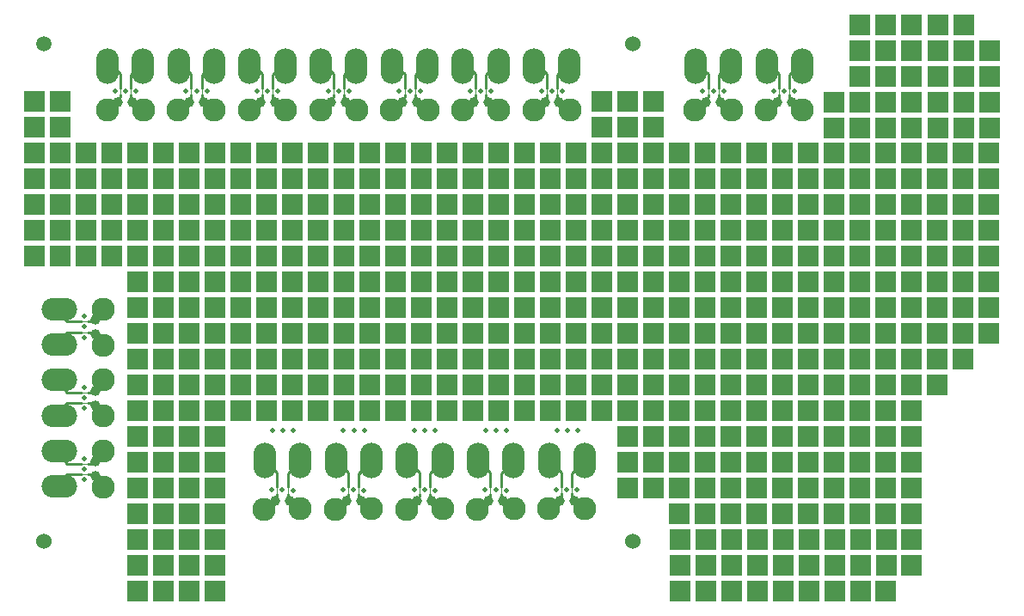
<source format=gbl>
G04*
G04 #@! TF.GenerationSoftware,Altium Limited,Altium Designer,18.0.7 (293)*
G04*
G04 Layer_Physical_Order=2*
G04 Layer_Color=16711680*
%FSLAX25Y25*%
%MOIN*%
G70*
G01*
G75*
%ADD10C,0.01000*%
%ADD20C,0.00425*%
%ADD21O,0.13780X0.08858*%
%ADD22O,0.08858X0.13780*%
%ADD23R,0.08000X0.08000*%
%ADD24R,0.08000X0.08000*%
%ADD25C,0.02000*%
%ADD26C,0.09000*%
%ADD27C,0.06000*%
%ADD28O,0.05906X0.06000*%
%ADD29C,0.03937*%
D10*
X729675Y237037D02*
X733391Y240754D01*
X734737Y242100D01*
X730013Y255938D02*
X734737Y251213D01*
Y242100D02*
Y243112D01*
Y245587D02*
Y251213D01*
X738788Y242107D02*
X743744Y237150D01*
X738788Y242107D02*
Y243112D01*
Y250965D02*
X743726Y255903D01*
X738788Y245587D02*
Y250965D01*
X738794Y242100D02*
X743744Y237150D01*
X738900Y251100D02*
X743726Y255926D01*
Y256016D01*
X702112Y236925D02*
X705828Y240641D01*
X707175Y241987D01*
X702450Y255825D02*
X707175Y251100D01*
Y241987D02*
Y243000D01*
Y245475D02*
Y251100D01*
X711225Y241994D02*
X716182Y237037D01*
X711225Y241994D02*
Y243000D01*
Y250852D02*
X716163Y255791D01*
X711225Y245475D02*
Y250852D01*
X711232Y241987D02*
X716182Y237037D01*
X711338Y250988D02*
X716163Y255814D01*
Y255903D01*
X674550Y236925D02*
X678266Y240641D01*
X679612Y241987D01*
X674888Y255825D02*
X679612Y251100D01*
Y241987D02*
Y243000D01*
Y245475D02*
Y251100D01*
X683663Y241994D02*
X688619Y237037D01*
X683663Y241994D02*
Y243000D01*
Y250852D02*
X688601Y255791D01*
X683663Y245475D02*
Y250852D01*
X683669Y241987D02*
X688619Y237037D01*
X683775Y250988D02*
X688601Y255814D01*
Y255903D01*
X646987Y236925D02*
X650703Y240641D01*
X652050Y241987D01*
X647325Y255825D02*
X652050Y251100D01*
Y241987D02*
Y243000D01*
Y245475D02*
Y251100D01*
X656100Y241994D02*
X661057Y237037D01*
X656100Y241994D02*
Y243000D01*
Y250852D02*
X661038Y255791D01*
X656100Y245475D02*
Y250852D01*
X656107Y241987D02*
X661057Y237037D01*
X656213Y250988D02*
X661038Y255814D01*
Y255903D01*
X619425Y236925D02*
X623141Y240641D01*
X624487Y241987D01*
X619763Y255825D02*
X624487Y251100D01*
Y241987D02*
Y243000D01*
Y245475D02*
Y251100D01*
X628538Y241994D02*
X633494Y237037D01*
X628538Y241994D02*
Y243000D01*
Y250852D02*
X633476Y255791D01*
X628538Y245475D02*
Y250852D01*
X628544Y241987D02*
X633494Y237037D01*
X628650Y250988D02*
X633476Y255814D01*
Y255903D01*
X823162Y400275D02*
Y405652D01*
X828101Y410591D01*
X823162Y396794D02*
Y397800D01*
Y396794D02*
X828119Y391838D01*
X819112Y400275D02*
Y405900D01*
Y396788D02*
Y397800D01*
X814388Y410625D02*
X819112Y405900D01*
X817766Y395441D02*
X819112Y396788D01*
X795600Y400275D02*
Y405652D01*
X800539Y410591D01*
X795600Y396794D02*
Y397800D01*
Y396794D02*
X800557Y391838D01*
X791550Y400275D02*
Y405900D01*
Y396788D02*
Y397800D01*
X786825Y410625D02*
X791550Y405900D01*
X790203Y395441D02*
X791550Y396788D01*
X733050Y400275D02*
Y405652D01*
X737989Y410591D01*
X733050Y396794D02*
Y397800D01*
Y396794D02*
X738007Y391838D01*
X729000Y400275D02*
Y405900D01*
Y396788D02*
Y397800D01*
X724275Y410625D02*
X729000Y405900D01*
X727653Y395441D02*
X729000Y396788D01*
X705487Y400275D02*
Y405652D01*
X710426Y410591D01*
X705487Y396794D02*
Y397800D01*
Y396794D02*
X710444Y391838D01*
X701438Y400275D02*
Y405900D01*
Y396788D02*
Y397800D01*
X696712Y410625D02*
X701438Y405900D01*
X700091Y395441D02*
X701438Y396788D01*
X677925Y400275D02*
Y405652D01*
X682864Y410591D01*
X677925Y396794D02*
Y397800D01*
Y396794D02*
X682882Y391838D01*
X673875Y400275D02*
Y405900D01*
Y396788D02*
Y397800D01*
X669150Y410625D02*
X673875Y405900D01*
X672528Y395441D02*
X673875Y396788D01*
X650362Y400275D02*
Y405652D01*
X655301Y410591D01*
X650362Y396794D02*
Y397800D01*
Y396794D02*
X655319Y391838D01*
X646313Y400275D02*
Y405900D01*
Y396788D02*
Y397800D01*
X641587Y410625D02*
X646313Y405900D01*
X644966Y395441D02*
X646313Y396788D01*
X622800Y400275D02*
Y405652D01*
X627739Y410591D01*
X622800Y396794D02*
Y397800D01*
Y396794D02*
X627757Y391838D01*
X618750Y400275D02*
Y405900D01*
Y396788D02*
Y397800D01*
X614025Y410625D02*
X618750Y405900D01*
X617403Y395441D02*
X618750Y396788D01*
X595237Y400275D02*
Y405652D01*
X600176Y410591D01*
X595237Y396794D02*
Y397800D01*
Y396794D02*
X600194Y391838D01*
X591187Y400275D02*
Y405900D01*
Y396788D02*
Y397800D01*
X586462Y410625D02*
X591187Y405900D01*
X589841Y395441D02*
X591187Y396788D01*
X567675Y400275D02*
Y405652D01*
X572613Y410591D01*
X567675Y396794D02*
Y397800D01*
Y396794D02*
X572632Y391838D01*
X563625Y400275D02*
Y405900D01*
Y396788D02*
Y397800D01*
X558900Y410625D02*
X563625Y405900D01*
X562278Y395441D02*
X563625Y396788D01*
X543173Y309713D02*
X548550D01*
X538234Y314651D02*
X543173Y309713D01*
X551025D02*
X552031D01*
X556987Y314669D01*
X542925Y305662D02*
X548550D01*
X551025D02*
X552037D01*
X538200Y300938D02*
X542925Y305662D01*
X552037D02*
X553384Y304316D01*
X543173Y282150D02*
X548550D01*
X538234Y287088D02*
X543173Y282150D01*
X551025D02*
X552031D01*
X556987Y287107D01*
X542925Y278100D02*
X548550D01*
X551025D02*
X552037D01*
X538200Y273375D02*
X542925Y278100D01*
X552037D02*
X553384Y276753D01*
X552037Y250537D02*
X553384Y249191D01*
X538200Y245813D02*
X542925Y250537D01*
X551025D02*
X552037D01*
X542925D02*
X548550D01*
X552031Y254588D02*
X556987Y259544D01*
X551025Y254588D02*
X552031D01*
X538234Y259526D02*
X543173Y254588D01*
X548550D01*
D20*
X734737Y243225D02*
Y245587D01*
X738788Y243112D02*
Y243225D01*
Y245587D01*
X707175Y243112D02*
Y245475D01*
X711225Y243000D02*
Y243112D01*
Y245475D01*
X679612Y243112D02*
Y245475D01*
X683663Y243000D02*
Y243112D01*
Y245475D01*
X652050Y243112D02*
Y245475D01*
X656100Y243000D02*
Y243112D01*
Y245475D01*
X624487Y243112D02*
Y245475D01*
X628538Y243000D02*
Y243112D01*
Y245475D01*
X823162Y397913D02*
Y400275D01*
X819112Y397913D02*
Y400275D01*
X795600Y397913D02*
Y400275D01*
X791550Y397913D02*
Y400275D01*
X733050Y397913D02*
Y400275D01*
X729000Y397913D02*
Y400275D01*
X705487Y397913D02*
Y400275D01*
X701438Y397913D02*
Y400275D01*
X677925Y397913D02*
Y400275D01*
X673875Y397913D02*
Y400275D01*
X650362Y397913D02*
Y400275D01*
X646313Y397913D02*
Y400275D01*
X622800Y397913D02*
Y400275D01*
X618750Y397913D02*
Y400275D01*
X595237Y397913D02*
Y400275D01*
X591187Y397913D02*
Y400275D01*
X567675Y397913D02*
Y400275D01*
X563625Y397913D02*
Y400275D01*
X548550Y309713D02*
X550913D01*
X548550Y305662D02*
X550913D01*
X548550Y282150D02*
X550913D01*
X548550Y278100D02*
X550913D01*
X548550Y250537D02*
X550913D01*
X548550Y254588D02*
X550913D01*
D21*
X539886Y314595D02*
D03*
Y300816D02*
D03*
Y287036D02*
D03*
Y273256D02*
D03*
Y245697D02*
D03*
Y259477D02*
D03*
D22*
X572508Y408976D02*
D03*
X558728D02*
D03*
X586287D02*
D03*
X600067D02*
D03*
X627626D02*
D03*
X613846D02*
D03*
X641405D02*
D03*
X655185D02*
D03*
X710303D02*
D03*
X696523D02*
D03*
X668964D02*
D03*
X682744D02*
D03*
X724083D02*
D03*
X737862D02*
D03*
X674827Y255938D02*
D03*
X688607D02*
D03*
X661047D02*
D03*
X647267D02*
D03*
X619708D02*
D03*
X633488D02*
D03*
X716166D02*
D03*
X702386D02*
D03*
X729944D02*
D03*
X743724D02*
D03*
X828020Y408976D02*
D03*
X814240D02*
D03*
X786681D02*
D03*
X800460D02*
D03*
D23*
X840512Y305275D02*
D03*
X870525Y424925D02*
D03*
Y414925D02*
D03*
Y404925D02*
D03*
X850525Y384925D02*
D03*
X840525D02*
D03*
X850525Y404925D02*
D03*
X840525Y394925D02*
D03*
X850525Y414925D02*
D03*
Y424925D02*
D03*
X860525Y404925D02*
D03*
Y414925D02*
D03*
Y424925D02*
D03*
X900537Y414925D02*
D03*
Y394925D02*
D03*
Y404925D02*
D03*
X880538D02*
D03*
X890537D02*
D03*
X880538Y414925D02*
D03*
X890537D02*
D03*
Y424925D02*
D03*
X880538D02*
D03*
X900537Y384925D02*
D03*
X880538Y384850D02*
D03*
X890537D02*
D03*
X880538Y394850D02*
D03*
X890537D02*
D03*
X850525D02*
D03*
X860525Y384850D02*
D03*
Y394850D02*
D03*
X870525D02*
D03*
Y384850D02*
D03*
X860513Y205200D02*
D03*
X870525Y255200D02*
D03*
Y225200D02*
D03*
Y215200D02*
D03*
Y235200D02*
D03*
Y245200D02*
D03*
X900525Y305275D02*
D03*
Y325275D02*
D03*
Y315275D02*
D03*
Y335275D02*
D03*
Y345275D02*
D03*
Y375275D02*
D03*
Y355275D02*
D03*
Y365275D02*
D03*
X870525Y305275D02*
D03*
X880525D02*
D03*
Y295275D02*
D03*
X870525D02*
D03*
Y275275D02*
D03*
X880525Y285275D02*
D03*
X870525D02*
D03*
X890525Y295275D02*
D03*
Y305275D02*
D03*
X870525Y265275D02*
D03*
Y345275D02*
D03*
X880525D02*
D03*
Y335275D02*
D03*
X870525D02*
D03*
Y315275D02*
D03*
X880525D02*
D03*
Y325275D02*
D03*
X870525D02*
D03*
X890525D02*
D03*
Y315275D02*
D03*
Y335275D02*
D03*
Y345275D02*
D03*
Y375275D02*
D03*
Y355275D02*
D03*
Y365275D02*
D03*
X870525D02*
D03*
X880525D02*
D03*
Y355275D02*
D03*
X870525D02*
D03*
Y375275D02*
D03*
X880525D02*
D03*
X580513D02*
D03*
X570512D02*
D03*
Y355275D02*
D03*
X580513D02*
D03*
Y365275D02*
D03*
X570512D02*
D03*
X590513D02*
D03*
X600513D02*
D03*
Y355275D02*
D03*
X590513D02*
D03*
Y375275D02*
D03*
X600513D02*
D03*
X640513D02*
D03*
X630513D02*
D03*
Y355275D02*
D03*
X640513D02*
D03*
Y365275D02*
D03*
X630513D02*
D03*
X610512D02*
D03*
X620512D02*
D03*
Y355275D02*
D03*
X610512D02*
D03*
Y375275D02*
D03*
X620512D02*
D03*
X610512Y345275D02*
D03*
X620512D02*
D03*
Y335275D02*
D03*
X610512D02*
D03*
Y315275D02*
D03*
X620512D02*
D03*
Y325275D02*
D03*
X610512D02*
D03*
X630513D02*
D03*
X640513D02*
D03*
Y315275D02*
D03*
X630513D02*
D03*
Y335275D02*
D03*
X640513D02*
D03*
Y345275D02*
D03*
X630513D02*
D03*
X590513D02*
D03*
X600513D02*
D03*
Y335275D02*
D03*
X590513D02*
D03*
Y315275D02*
D03*
X600513D02*
D03*
Y325275D02*
D03*
X590513D02*
D03*
X570512D02*
D03*
X580513D02*
D03*
Y315275D02*
D03*
X570512D02*
D03*
Y335275D02*
D03*
X580513D02*
D03*
Y345275D02*
D03*
X570512D02*
D03*
X650513D02*
D03*
X660512D02*
D03*
Y335275D02*
D03*
X650513D02*
D03*
Y315275D02*
D03*
X660512D02*
D03*
Y325275D02*
D03*
X650513D02*
D03*
X670512D02*
D03*
X680513D02*
D03*
Y315275D02*
D03*
X670512D02*
D03*
Y335275D02*
D03*
X680513D02*
D03*
Y345275D02*
D03*
X670512D02*
D03*
X710512D02*
D03*
X720512D02*
D03*
Y335275D02*
D03*
X710512D02*
D03*
Y315275D02*
D03*
X720512D02*
D03*
Y325275D02*
D03*
X710512D02*
D03*
X690513D02*
D03*
X700513D02*
D03*
Y315275D02*
D03*
X690513D02*
D03*
Y335275D02*
D03*
X700513D02*
D03*
Y345275D02*
D03*
X690513D02*
D03*
X700513Y375275D02*
D03*
X690513D02*
D03*
Y355275D02*
D03*
X700513D02*
D03*
Y365275D02*
D03*
X690513D02*
D03*
X710512D02*
D03*
X720512D02*
D03*
Y355275D02*
D03*
X710512D02*
D03*
Y375275D02*
D03*
X720512D02*
D03*
X680513D02*
D03*
X670512D02*
D03*
Y355275D02*
D03*
X680513D02*
D03*
Y365275D02*
D03*
X670512D02*
D03*
X650513D02*
D03*
X660512D02*
D03*
Y355275D02*
D03*
X650513D02*
D03*
Y375275D02*
D03*
X660512D02*
D03*
X820512D02*
D03*
X810513D02*
D03*
Y355275D02*
D03*
X820512D02*
D03*
Y365275D02*
D03*
X810513D02*
D03*
X830513D02*
D03*
X840512D02*
D03*
Y355275D02*
D03*
X830513D02*
D03*
Y375275D02*
D03*
X840512D02*
D03*
X850513Y365275D02*
D03*
Y355275D02*
D03*
Y375275D02*
D03*
Y345275D02*
D03*
Y335275D02*
D03*
Y315275D02*
D03*
Y325275D02*
D03*
X830513Y345275D02*
D03*
X840512D02*
D03*
Y335275D02*
D03*
X830513D02*
D03*
Y315275D02*
D03*
X840512D02*
D03*
Y325275D02*
D03*
X830513D02*
D03*
X810513D02*
D03*
X820512D02*
D03*
Y315275D02*
D03*
X810513D02*
D03*
Y335275D02*
D03*
X820512D02*
D03*
Y345275D02*
D03*
X810513D02*
D03*
X730513D02*
D03*
X740513D02*
D03*
Y335275D02*
D03*
X730513D02*
D03*
Y315275D02*
D03*
X740513D02*
D03*
Y325275D02*
D03*
X730513D02*
D03*
X750513D02*
D03*
X760512D02*
D03*
Y315275D02*
D03*
X750513D02*
D03*
Y335275D02*
D03*
X760512D02*
D03*
Y345275D02*
D03*
X750513D02*
D03*
X790513D02*
D03*
X800513D02*
D03*
Y335275D02*
D03*
X790513D02*
D03*
Y315275D02*
D03*
X800513D02*
D03*
Y325275D02*
D03*
X790513D02*
D03*
X770512D02*
D03*
X780513D02*
D03*
Y315275D02*
D03*
X770512D02*
D03*
Y335275D02*
D03*
X780513D02*
D03*
Y345275D02*
D03*
X770512D02*
D03*
Y355275D02*
D03*
X780513D02*
D03*
Y365275D02*
D03*
X770512D02*
D03*
X790513D02*
D03*
X800513D02*
D03*
Y355275D02*
D03*
X790513D02*
D03*
Y375275D02*
D03*
X800513D02*
D03*
X750513Y355275D02*
D03*
X760512D02*
D03*
Y365275D02*
D03*
X750513D02*
D03*
X730513D02*
D03*
X740513D02*
D03*
Y355275D02*
D03*
X730513D02*
D03*
Y375275D02*
D03*
X740513D02*
D03*
X730513Y305275D02*
D03*
X740513D02*
D03*
Y295275D02*
D03*
X730513D02*
D03*
Y275275D02*
D03*
X740513D02*
D03*
Y285275D02*
D03*
X730513D02*
D03*
X750513D02*
D03*
X760512D02*
D03*
Y275275D02*
D03*
X750513D02*
D03*
Y295275D02*
D03*
X760512D02*
D03*
Y305275D02*
D03*
X750513D02*
D03*
X790513D02*
D03*
X800513D02*
D03*
Y295275D02*
D03*
X790513D02*
D03*
Y275275D02*
D03*
X800513D02*
D03*
Y285275D02*
D03*
X790513D02*
D03*
X770512D02*
D03*
X780513D02*
D03*
Y275275D02*
D03*
X770512D02*
D03*
Y295275D02*
D03*
X780513D02*
D03*
Y305275D02*
D03*
X770512D02*
D03*
Y265275D02*
D03*
X780513D02*
D03*
Y255275D02*
D03*
X770512D02*
D03*
X780513Y235275D02*
D03*
Y245275D02*
D03*
X770512D02*
D03*
X790513D02*
D03*
X800513D02*
D03*
Y235275D02*
D03*
X790513D02*
D03*
Y255275D02*
D03*
X800513D02*
D03*
Y265275D02*
D03*
X790513D02*
D03*
X760512D02*
D03*
Y255275D02*
D03*
Y245275D02*
D03*
X810513Y265275D02*
D03*
X820512D02*
D03*
Y255275D02*
D03*
X810513D02*
D03*
Y235275D02*
D03*
X820512D02*
D03*
Y245275D02*
D03*
X810513D02*
D03*
X830513D02*
D03*
X840512D02*
D03*
Y235275D02*
D03*
X830513D02*
D03*
Y255275D02*
D03*
X840512D02*
D03*
Y265275D02*
D03*
X830513D02*
D03*
X850513Y245275D02*
D03*
X860513D02*
D03*
Y235275D02*
D03*
X850513D02*
D03*
Y255275D02*
D03*
X860513D02*
D03*
X850513Y265275D02*
D03*
Y305275D02*
D03*
Y295275D02*
D03*
Y275275D02*
D03*
Y285275D02*
D03*
X830513Y305275D02*
D03*
X840512Y295275D02*
D03*
X830513D02*
D03*
Y275275D02*
D03*
X840512D02*
D03*
Y285275D02*
D03*
X830513D02*
D03*
X810513D02*
D03*
X820512D02*
D03*
Y275275D02*
D03*
X810513D02*
D03*
Y295275D02*
D03*
X820512D02*
D03*
Y305275D02*
D03*
X810513D02*
D03*
X650513D02*
D03*
X660512D02*
D03*
Y295275D02*
D03*
X650513D02*
D03*
Y275275D02*
D03*
X660512D02*
D03*
Y285275D02*
D03*
X650513D02*
D03*
X670512D02*
D03*
X680513D02*
D03*
Y275275D02*
D03*
X670512D02*
D03*
Y295275D02*
D03*
X680513D02*
D03*
Y305275D02*
D03*
X670512D02*
D03*
X710512D02*
D03*
X720512D02*
D03*
Y295275D02*
D03*
X710512D02*
D03*
Y275275D02*
D03*
X720512D02*
D03*
Y285275D02*
D03*
X710512D02*
D03*
X690513D02*
D03*
X700513D02*
D03*
Y275275D02*
D03*
X690513D02*
D03*
Y295275D02*
D03*
X700513D02*
D03*
Y305275D02*
D03*
X690513D02*
D03*
X570512Y265275D02*
D03*
X580513D02*
D03*
Y255275D02*
D03*
X570512D02*
D03*
Y235275D02*
D03*
X580513D02*
D03*
Y245275D02*
D03*
X570512D02*
D03*
X590513D02*
D03*
X600513D02*
D03*
Y235275D02*
D03*
X590513D02*
D03*
Y255275D02*
D03*
X600513D02*
D03*
Y265275D02*
D03*
X590513D02*
D03*
X610512Y305275D02*
D03*
X620512D02*
D03*
Y295275D02*
D03*
X610512D02*
D03*
Y275275D02*
D03*
X620512D02*
D03*
Y285275D02*
D03*
X610512D02*
D03*
X630513D02*
D03*
X640513D02*
D03*
Y275275D02*
D03*
X630513D02*
D03*
Y295275D02*
D03*
X640513D02*
D03*
Y305275D02*
D03*
X630513D02*
D03*
X590513D02*
D03*
X600513D02*
D03*
Y295275D02*
D03*
X590513D02*
D03*
Y275275D02*
D03*
X600513D02*
D03*
Y285275D02*
D03*
X590513D02*
D03*
X570512D02*
D03*
X580513D02*
D03*
Y275275D02*
D03*
X570512D02*
D03*
Y295275D02*
D03*
X580513D02*
D03*
Y305275D02*
D03*
X570512D02*
D03*
X550488Y345225D02*
D03*
X560488D02*
D03*
Y335225D02*
D03*
X550488D02*
D03*
X530487D02*
D03*
X540487D02*
D03*
Y345225D02*
D03*
X530487D02*
D03*
Y375225D02*
D03*
Y355225D02*
D03*
X540487D02*
D03*
Y365225D02*
D03*
X530487D02*
D03*
X550488D02*
D03*
X560488D02*
D03*
Y355225D02*
D03*
X550488D02*
D03*
Y375225D02*
D03*
X560488D02*
D03*
X850537Y225213D02*
D03*
X860538D02*
D03*
Y215212D02*
D03*
X850537D02*
D03*
Y205212D02*
D03*
X830538Y225213D02*
D03*
X840537D02*
D03*
Y215212D02*
D03*
X830538D02*
D03*
X840537Y205212D02*
D03*
X830538D02*
D03*
X810538D02*
D03*
X820537D02*
D03*
X810538Y215212D02*
D03*
X820537D02*
D03*
Y225213D02*
D03*
X810538D02*
D03*
X790538D02*
D03*
X800537D02*
D03*
Y215212D02*
D03*
X790538D02*
D03*
X800537Y205212D02*
D03*
X790538D02*
D03*
X780538D02*
D03*
Y215212D02*
D03*
Y225213D02*
D03*
X570500Y225325D02*
D03*
Y215325D02*
D03*
Y205325D02*
D03*
X580500D02*
D03*
X590500D02*
D03*
X580500Y215325D02*
D03*
X590500D02*
D03*
Y225325D02*
D03*
X580500D02*
D03*
X600500D02*
D03*
Y215325D02*
D03*
Y205325D02*
D03*
X750513Y385275D02*
D03*
X760512D02*
D03*
Y375275D02*
D03*
X750513D02*
D03*
Y395275D02*
D03*
X760512D02*
D03*
X770512Y385275D02*
D03*
X780513Y375275D02*
D03*
X770512D02*
D03*
Y395275D02*
D03*
X860513Y285275D02*
D03*
Y275275D02*
D03*
Y295275D02*
D03*
Y305275D02*
D03*
Y325275D02*
D03*
Y315275D02*
D03*
Y335275D02*
D03*
Y345275D02*
D03*
Y375275D02*
D03*
Y355275D02*
D03*
Y365275D02*
D03*
Y265275D02*
D03*
D24*
X530487Y385225D02*
D03*
X540487D02*
D03*
Y375225D02*
D03*
X530487Y395225D02*
D03*
X540487D02*
D03*
D25*
X732713Y244462D02*
D03*
X736763D02*
D03*
X740853Y244429D02*
D03*
X740987Y267536D02*
D03*
X736937D02*
D03*
X732887D02*
D03*
X705150Y244350D02*
D03*
X709200D02*
D03*
X713291Y244317D02*
D03*
X713424Y267423D02*
D03*
X709374D02*
D03*
X705324D02*
D03*
X677588Y244350D02*
D03*
X681637D02*
D03*
X685728Y244317D02*
D03*
X685862Y267423D02*
D03*
X681812D02*
D03*
X677762D02*
D03*
X650025Y244350D02*
D03*
X654075D02*
D03*
X658166Y244317D02*
D03*
X658299Y267423D02*
D03*
X654249D02*
D03*
X650199D02*
D03*
X622463Y244350D02*
D03*
X626512D02*
D03*
X630603Y244317D02*
D03*
X630737Y267423D02*
D03*
X626687D02*
D03*
X622637D02*
D03*
X825194Y399038D02*
D03*
X821144D02*
D03*
X817094D02*
D03*
X797632D02*
D03*
X793582D02*
D03*
X789532D02*
D03*
X735082D02*
D03*
X731032D02*
D03*
X726982D02*
D03*
X707519D02*
D03*
X703469D02*
D03*
X699419D02*
D03*
X679957D02*
D03*
X675907D02*
D03*
X671857D02*
D03*
X652394D02*
D03*
X648344D02*
D03*
X644294D02*
D03*
X624832D02*
D03*
X620782D02*
D03*
X616732D02*
D03*
X597269D02*
D03*
X593219D02*
D03*
X589169D02*
D03*
X569707D02*
D03*
X565657D02*
D03*
X561607D02*
D03*
X549788Y311744D02*
D03*
Y307694D02*
D03*
Y303644D02*
D03*
Y284182D02*
D03*
Y280132D02*
D03*
Y276082D02*
D03*
Y248519D02*
D03*
Y252569D02*
D03*
Y256619D02*
D03*
D26*
X743778Y237229D02*
D03*
X729716Y237117D02*
D03*
X716216D02*
D03*
X702153Y237004D02*
D03*
X688653Y237117D02*
D03*
X674591Y237004D02*
D03*
X661091Y237117D02*
D03*
X647028Y237004D02*
D03*
X633528Y237117D02*
D03*
X619466Y237004D02*
D03*
X814057Y391725D02*
D03*
X828119Y391838D02*
D03*
X786494Y391725D02*
D03*
X800557Y391838D02*
D03*
X723944Y391725D02*
D03*
X738007Y391838D02*
D03*
X696382Y391725D02*
D03*
X710444Y391838D02*
D03*
X668819Y391725D02*
D03*
X682882Y391838D02*
D03*
X641257Y391725D02*
D03*
X655319Y391838D02*
D03*
X613694Y391725D02*
D03*
X627757Y391838D02*
D03*
X586132Y391725D02*
D03*
X600194Y391838D02*
D03*
X558569Y391725D02*
D03*
X572632Y391838D02*
D03*
X557100Y300607D02*
D03*
X556987Y314669D02*
D03*
X557100Y273044D02*
D03*
X556987Y287107D02*
D03*
Y259544D02*
D03*
X557100Y245482D02*
D03*
D27*
X762271Y417351D02*
D03*
Y224437D02*
D03*
X533925D02*
D03*
D28*
Y417351D02*
D03*
D29*
X739616Y240267D02*
D03*
X733991D02*
D03*
X712053Y240154D02*
D03*
X706428D02*
D03*
X684491D02*
D03*
X678866D02*
D03*
X656928D02*
D03*
X651303D02*
D03*
X629366D02*
D03*
X623741D02*
D03*
X818332Y394875D02*
D03*
X823957D02*
D03*
X790769D02*
D03*
X796394D02*
D03*
X728219D02*
D03*
X733844D02*
D03*
X700657D02*
D03*
X706282D02*
D03*
X673094D02*
D03*
X678719D02*
D03*
X645532D02*
D03*
X651157D02*
D03*
X617969D02*
D03*
X623594D02*
D03*
X590407D02*
D03*
X596032D02*
D03*
X562844D02*
D03*
X568469D02*
D03*
X553950Y304882D02*
D03*
Y310507D02*
D03*
Y277319D02*
D03*
Y282944D02*
D03*
Y255382D02*
D03*
Y249757D02*
D03*
M02*

</source>
